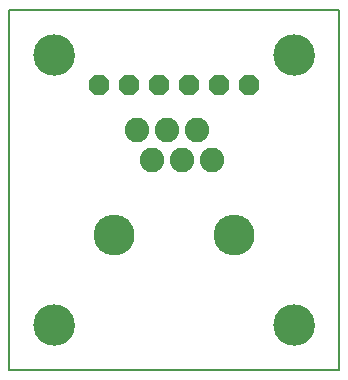
<source format=gts>
G75*
%MOIN*%
%OFA0B0*%
%FSLAX25Y25*%
%IPPOS*%
%LPD*%
%AMOC8*
5,1,8,0,0,1.08239X$1,22.5*
%
%ADD10C,0.00600*%
%ADD11C,0.00000*%
%ADD12C,0.13800*%
%ADD13C,0.08200*%
%ADD14C,0.13600*%
%ADD15OC8,0.06800*%
D10*
X0001300Y0001300D02*
X0001300Y0121300D01*
X0111300Y0121300D01*
X0111300Y0001300D01*
X0001300Y0001300D01*
D11*
X0009800Y0016300D02*
X0009802Y0016461D01*
X0009808Y0016621D01*
X0009818Y0016782D01*
X0009832Y0016942D01*
X0009850Y0017102D01*
X0009871Y0017261D01*
X0009897Y0017420D01*
X0009927Y0017578D01*
X0009960Y0017735D01*
X0009998Y0017892D01*
X0010039Y0018047D01*
X0010084Y0018201D01*
X0010133Y0018354D01*
X0010186Y0018506D01*
X0010242Y0018657D01*
X0010303Y0018806D01*
X0010366Y0018954D01*
X0010434Y0019100D01*
X0010505Y0019244D01*
X0010579Y0019386D01*
X0010657Y0019527D01*
X0010739Y0019665D01*
X0010824Y0019802D01*
X0010912Y0019936D01*
X0011004Y0020068D01*
X0011099Y0020198D01*
X0011197Y0020326D01*
X0011298Y0020451D01*
X0011402Y0020573D01*
X0011509Y0020693D01*
X0011619Y0020810D01*
X0011732Y0020925D01*
X0011848Y0021036D01*
X0011967Y0021145D01*
X0012088Y0021250D01*
X0012212Y0021353D01*
X0012338Y0021453D01*
X0012466Y0021549D01*
X0012597Y0021642D01*
X0012731Y0021732D01*
X0012866Y0021819D01*
X0013004Y0021902D01*
X0013143Y0021982D01*
X0013285Y0022058D01*
X0013428Y0022131D01*
X0013573Y0022200D01*
X0013720Y0022266D01*
X0013868Y0022328D01*
X0014018Y0022386D01*
X0014169Y0022441D01*
X0014322Y0022492D01*
X0014476Y0022539D01*
X0014631Y0022582D01*
X0014787Y0022621D01*
X0014943Y0022657D01*
X0015101Y0022688D01*
X0015259Y0022716D01*
X0015418Y0022740D01*
X0015578Y0022760D01*
X0015738Y0022776D01*
X0015898Y0022788D01*
X0016059Y0022796D01*
X0016220Y0022800D01*
X0016380Y0022800D01*
X0016541Y0022796D01*
X0016702Y0022788D01*
X0016862Y0022776D01*
X0017022Y0022760D01*
X0017182Y0022740D01*
X0017341Y0022716D01*
X0017499Y0022688D01*
X0017657Y0022657D01*
X0017813Y0022621D01*
X0017969Y0022582D01*
X0018124Y0022539D01*
X0018278Y0022492D01*
X0018431Y0022441D01*
X0018582Y0022386D01*
X0018732Y0022328D01*
X0018880Y0022266D01*
X0019027Y0022200D01*
X0019172Y0022131D01*
X0019315Y0022058D01*
X0019457Y0021982D01*
X0019596Y0021902D01*
X0019734Y0021819D01*
X0019869Y0021732D01*
X0020003Y0021642D01*
X0020134Y0021549D01*
X0020262Y0021453D01*
X0020388Y0021353D01*
X0020512Y0021250D01*
X0020633Y0021145D01*
X0020752Y0021036D01*
X0020868Y0020925D01*
X0020981Y0020810D01*
X0021091Y0020693D01*
X0021198Y0020573D01*
X0021302Y0020451D01*
X0021403Y0020326D01*
X0021501Y0020198D01*
X0021596Y0020068D01*
X0021688Y0019936D01*
X0021776Y0019802D01*
X0021861Y0019665D01*
X0021943Y0019527D01*
X0022021Y0019386D01*
X0022095Y0019244D01*
X0022166Y0019100D01*
X0022234Y0018954D01*
X0022297Y0018806D01*
X0022358Y0018657D01*
X0022414Y0018506D01*
X0022467Y0018354D01*
X0022516Y0018201D01*
X0022561Y0018047D01*
X0022602Y0017892D01*
X0022640Y0017735D01*
X0022673Y0017578D01*
X0022703Y0017420D01*
X0022729Y0017261D01*
X0022750Y0017102D01*
X0022768Y0016942D01*
X0022782Y0016782D01*
X0022792Y0016621D01*
X0022798Y0016461D01*
X0022800Y0016300D01*
X0022798Y0016139D01*
X0022792Y0015979D01*
X0022782Y0015818D01*
X0022768Y0015658D01*
X0022750Y0015498D01*
X0022729Y0015339D01*
X0022703Y0015180D01*
X0022673Y0015022D01*
X0022640Y0014865D01*
X0022602Y0014708D01*
X0022561Y0014553D01*
X0022516Y0014399D01*
X0022467Y0014246D01*
X0022414Y0014094D01*
X0022358Y0013943D01*
X0022297Y0013794D01*
X0022234Y0013646D01*
X0022166Y0013500D01*
X0022095Y0013356D01*
X0022021Y0013214D01*
X0021943Y0013073D01*
X0021861Y0012935D01*
X0021776Y0012798D01*
X0021688Y0012664D01*
X0021596Y0012532D01*
X0021501Y0012402D01*
X0021403Y0012274D01*
X0021302Y0012149D01*
X0021198Y0012027D01*
X0021091Y0011907D01*
X0020981Y0011790D01*
X0020868Y0011675D01*
X0020752Y0011564D01*
X0020633Y0011455D01*
X0020512Y0011350D01*
X0020388Y0011247D01*
X0020262Y0011147D01*
X0020134Y0011051D01*
X0020003Y0010958D01*
X0019869Y0010868D01*
X0019734Y0010781D01*
X0019596Y0010698D01*
X0019457Y0010618D01*
X0019315Y0010542D01*
X0019172Y0010469D01*
X0019027Y0010400D01*
X0018880Y0010334D01*
X0018732Y0010272D01*
X0018582Y0010214D01*
X0018431Y0010159D01*
X0018278Y0010108D01*
X0018124Y0010061D01*
X0017969Y0010018D01*
X0017813Y0009979D01*
X0017657Y0009943D01*
X0017499Y0009912D01*
X0017341Y0009884D01*
X0017182Y0009860D01*
X0017022Y0009840D01*
X0016862Y0009824D01*
X0016702Y0009812D01*
X0016541Y0009804D01*
X0016380Y0009800D01*
X0016220Y0009800D01*
X0016059Y0009804D01*
X0015898Y0009812D01*
X0015738Y0009824D01*
X0015578Y0009840D01*
X0015418Y0009860D01*
X0015259Y0009884D01*
X0015101Y0009912D01*
X0014943Y0009943D01*
X0014787Y0009979D01*
X0014631Y0010018D01*
X0014476Y0010061D01*
X0014322Y0010108D01*
X0014169Y0010159D01*
X0014018Y0010214D01*
X0013868Y0010272D01*
X0013720Y0010334D01*
X0013573Y0010400D01*
X0013428Y0010469D01*
X0013285Y0010542D01*
X0013143Y0010618D01*
X0013004Y0010698D01*
X0012866Y0010781D01*
X0012731Y0010868D01*
X0012597Y0010958D01*
X0012466Y0011051D01*
X0012338Y0011147D01*
X0012212Y0011247D01*
X0012088Y0011350D01*
X0011967Y0011455D01*
X0011848Y0011564D01*
X0011732Y0011675D01*
X0011619Y0011790D01*
X0011509Y0011907D01*
X0011402Y0012027D01*
X0011298Y0012149D01*
X0011197Y0012274D01*
X0011099Y0012402D01*
X0011004Y0012532D01*
X0010912Y0012664D01*
X0010824Y0012798D01*
X0010739Y0012935D01*
X0010657Y0013073D01*
X0010579Y0013214D01*
X0010505Y0013356D01*
X0010434Y0013500D01*
X0010366Y0013646D01*
X0010303Y0013794D01*
X0010242Y0013943D01*
X0010186Y0014094D01*
X0010133Y0014246D01*
X0010084Y0014399D01*
X0010039Y0014553D01*
X0009998Y0014708D01*
X0009960Y0014865D01*
X0009927Y0015022D01*
X0009897Y0015180D01*
X0009871Y0015339D01*
X0009850Y0015498D01*
X0009832Y0015658D01*
X0009818Y0015818D01*
X0009808Y0015979D01*
X0009802Y0016139D01*
X0009800Y0016300D01*
X0029900Y0046300D02*
X0029902Y0046460D01*
X0029908Y0046619D01*
X0029918Y0046778D01*
X0029932Y0046937D01*
X0029950Y0047096D01*
X0029971Y0047254D01*
X0029997Y0047411D01*
X0030027Y0047568D01*
X0030060Y0047724D01*
X0030098Y0047879D01*
X0030139Y0048033D01*
X0030184Y0048186D01*
X0030233Y0048338D01*
X0030286Y0048489D01*
X0030342Y0048638D01*
X0030403Y0048786D01*
X0030466Y0048932D01*
X0030534Y0049077D01*
X0030605Y0049220D01*
X0030679Y0049361D01*
X0030757Y0049500D01*
X0030839Y0049637D01*
X0030924Y0049772D01*
X0031012Y0049905D01*
X0031104Y0050036D01*
X0031198Y0050164D01*
X0031296Y0050290D01*
X0031397Y0050414D01*
X0031501Y0050535D01*
X0031608Y0050653D01*
X0031718Y0050769D01*
X0031831Y0050882D01*
X0031947Y0050992D01*
X0032065Y0051099D01*
X0032186Y0051203D01*
X0032310Y0051304D01*
X0032436Y0051402D01*
X0032564Y0051496D01*
X0032695Y0051588D01*
X0032828Y0051676D01*
X0032963Y0051761D01*
X0033100Y0051843D01*
X0033239Y0051921D01*
X0033380Y0051995D01*
X0033523Y0052066D01*
X0033668Y0052134D01*
X0033814Y0052197D01*
X0033962Y0052258D01*
X0034111Y0052314D01*
X0034262Y0052367D01*
X0034414Y0052416D01*
X0034567Y0052461D01*
X0034721Y0052502D01*
X0034876Y0052540D01*
X0035032Y0052573D01*
X0035189Y0052603D01*
X0035346Y0052629D01*
X0035504Y0052650D01*
X0035663Y0052668D01*
X0035822Y0052682D01*
X0035981Y0052692D01*
X0036140Y0052698D01*
X0036300Y0052700D01*
X0036460Y0052698D01*
X0036619Y0052692D01*
X0036778Y0052682D01*
X0036937Y0052668D01*
X0037096Y0052650D01*
X0037254Y0052629D01*
X0037411Y0052603D01*
X0037568Y0052573D01*
X0037724Y0052540D01*
X0037879Y0052502D01*
X0038033Y0052461D01*
X0038186Y0052416D01*
X0038338Y0052367D01*
X0038489Y0052314D01*
X0038638Y0052258D01*
X0038786Y0052197D01*
X0038932Y0052134D01*
X0039077Y0052066D01*
X0039220Y0051995D01*
X0039361Y0051921D01*
X0039500Y0051843D01*
X0039637Y0051761D01*
X0039772Y0051676D01*
X0039905Y0051588D01*
X0040036Y0051496D01*
X0040164Y0051402D01*
X0040290Y0051304D01*
X0040414Y0051203D01*
X0040535Y0051099D01*
X0040653Y0050992D01*
X0040769Y0050882D01*
X0040882Y0050769D01*
X0040992Y0050653D01*
X0041099Y0050535D01*
X0041203Y0050414D01*
X0041304Y0050290D01*
X0041402Y0050164D01*
X0041496Y0050036D01*
X0041588Y0049905D01*
X0041676Y0049772D01*
X0041761Y0049637D01*
X0041843Y0049500D01*
X0041921Y0049361D01*
X0041995Y0049220D01*
X0042066Y0049077D01*
X0042134Y0048932D01*
X0042197Y0048786D01*
X0042258Y0048638D01*
X0042314Y0048489D01*
X0042367Y0048338D01*
X0042416Y0048186D01*
X0042461Y0048033D01*
X0042502Y0047879D01*
X0042540Y0047724D01*
X0042573Y0047568D01*
X0042603Y0047411D01*
X0042629Y0047254D01*
X0042650Y0047096D01*
X0042668Y0046937D01*
X0042682Y0046778D01*
X0042692Y0046619D01*
X0042698Y0046460D01*
X0042700Y0046300D01*
X0042698Y0046140D01*
X0042692Y0045981D01*
X0042682Y0045822D01*
X0042668Y0045663D01*
X0042650Y0045504D01*
X0042629Y0045346D01*
X0042603Y0045189D01*
X0042573Y0045032D01*
X0042540Y0044876D01*
X0042502Y0044721D01*
X0042461Y0044567D01*
X0042416Y0044414D01*
X0042367Y0044262D01*
X0042314Y0044111D01*
X0042258Y0043962D01*
X0042197Y0043814D01*
X0042134Y0043668D01*
X0042066Y0043523D01*
X0041995Y0043380D01*
X0041921Y0043239D01*
X0041843Y0043100D01*
X0041761Y0042963D01*
X0041676Y0042828D01*
X0041588Y0042695D01*
X0041496Y0042564D01*
X0041402Y0042436D01*
X0041304Y0042310D01*
X0041203Y0042186D01*
X0041099Y0042065D01*
X0040992Y0041947D01*
X0040882Y0041831D01*
X0040769Y0041718D01*
X0040653Y0041608D01*
X0040535Y0041501D01*
X0040414Y0041397D01*
X0040290Y0041296D01*
X0040164Y0041198D01*
X0040036Y0041104D01*
X0039905Y0041012D01*
X0039772Y0040924D01*
X0039637Y0040839D01*
X0039500Y0040757D01*
X0039361Y0040679D01*
X0039220Y0040605D01*
X0039077Y0040534D01*
X0038932Y0040466D01*
X0038786Y0040403D01*
X0038638Y0040342D01*
X0038489Y0040286D01*
X0038338Y0040233D01*
X0038186Y0040184D01*
X0038033Y0040139D01*
X0037879Y0040098D01*
X0037724Y0040060D01*
X0037568Y0040027D01*
X0037411Y0039997D01*
X0037254Y0039971D01*
X0037096Y0039950D01*
X0036937Y0039932D01*
X0036778Y0039918D01*
X0036619Y0039908D01*
X0036460Y0039902D01*
X0036300Y0039900D01*
X0036140Y0039902D01*
X0035981Y0039908D01*
X0035822Y0039918D01*
X0035663Y0039932D01*
X0035504Y0039950D01*
X0035346Y0039971D01*
X0035189Y0039997D01*
X0035032Y0040027D01*
X0034876Y0040060D01*
X0034721Y0040098D01*
X0034567Y0040139D01*
X0034414Y0040184D01*
X0034262Y0040233D01*
X0034111Y0040286D01*
X0033962Y0040342D01*
X0033814Y0040403D01*
X0033668Y0040466D01*
X0033523Y0040534D01*
X0033380Y0040605D01*
X0033239Y0040679D01*
X0033100Y0040757D01*
X0032963Y0040839D01*
X0032828Y0040924D01*
X0032695Y0041012D01*
X0032564Y0041104D01*
X0032436Y0041198D01*
X0032310Y0041296D01*
X0032186Y0041397D01*
X0032065Y0041501D01*
X0031947Y0041608D01*
X0031831Y0041718D01*
X0031718Y0041831D01*
X0031608Y0041947D01*
X0031501Y0042065D01*
X0031397Y0042186D01*
X0031296Y0042310D01*
X0031198Y0042436D01*
X0031104Y0042564D01*
X0031012Y0042695D01*
X0030924Y0042828D01*
X0030839Y0042963D01*
X0030757Y0043100D01*
X0030679Y0043239D01*
X0030605Y0043380D01*
X0030534Y0043523D01*
X0030466Y0043668D01*
X0030403Y0043814D01*
X0030342Y0043962D01*
X0030286Y0044111D01*
X0030233Y0044262D01*
X0030184Y0044414D01*
X0030139Y0044567D01*
X0030098Y0044721D01*
X0030060Y0044876D01*
X0030027Y0045032D01*
X0029997Y0045189D01*
X0029971Y0045346D01*
X0029950Y0045504D01*
X0029932Y0045663D01*
X0029918Y0045822D01*
X0029908Y0045981D01*
X0029902Y0046140D01*
X0029900Y0046300D01*
X0069900Y0046300D02*
X0069902Y0046460D01*
X0069908Y0046619D01*
X0069918Y0046778D01*
X0069932Y0046937D01*
X0069950Y0047096D01*
X0069971Y0047254D01*
X0069997Y0047411D01*
X0070027Y0047568D01*
X0070060Y0047724D01*
X0070098Y0047879D01*
X0070139Y0048033D01*
X0070184Y0048186D01*
X0070233Y0048338D01*
X0070286Y0048489D01*
X0070342Y0048638D01*
X0070403Y0048786D01*
X0070466Y0048932D01*
X0070534Y0049077D01*
X0070605Y0049220D01*
X0070679Y0049361D01*
X0070757Y0049500D01*
X0070839Y0049637D01*
X0070924Y0049772D01*
X0071012Y0049905D01*
X0071104Y0050036D01*
X0071198Y0050164D01*
X0071296Y0050290D01*
X0071397Y0050414D01*
X0071501Y0050535D01*
X0071608Y0050653D01*
X0071718Y0050769D01*
X0071831Y0050882D01*
X0071947Y0050992D01*
X0072065Y0051099D01*
X0072186Y0051203D01*
X0072310Y0051304D01*
X0072436Y0051402D01*
X0072564Y0051496D01*
X0072695Y0051588D01*
X0072828Y0051676D01*
X0072963Y0051761D01*
X0073100Y0051843D01*
X0073239Y0051921D01*
X0073380Y0051995D01*
X0073523Y0052066D01*
X0073668Y0052134D01*
X0073814Y0052197D01*
X0073962Y0052258D01*
X0074111Y0052314D01*
X0074262Y0052367D01*
X0074414Y0052416D01*
X0074567Y0052461D01*
X0074721Y0052502D01*
X0074876Y0052540D01*
X0075032Y0052573D01*
X0075189Y0052603D01*
X0075346Y0052629D01*
X0075504Y0052650D01*
X0075663Y0052668D01*
X0075822Y0052682D01*
X0075981Y0052692D01*
X0076140Y0052698D01*
X0076300Y0052700D01*
X0076460Y0052698D01*
X0076619Y0052692D01*
X0076778Y0052682D01*
X0076937Y0052668D01*
X0077096Y0052650D01*
X0077254Y0052629D01*
X0077411Y0052603D01*
X0077568Y0052573D01*
X0077724Y0052540D01*
X0077879Y0052502D01*
X0078033Y0052461D01*
X0078186Y0052416D01*
X0078338Y0052367D01*
X0078489Y0052314D01*
X0078638Y0052258D01*
X0078786Y0052197D01*
X0078932Y0052134D01*
X0079077Y0052066D01*
X0079220Y0051995D01*
X0079361Y0051921D01*
X0079500Y0051843D01*
X0079637Y0051761D01*
X0079772Y0051676D01*
X0079905Y0051588D01*
X0080036Y0051496D01*
X0080164Y0051402D01*
X0080290Y0051304D01*
X0080414Y0051203D01*
X0080535Y0051099D01*
X0080653Y0050992D01*
X0080769Y0050882D01*
X0080882Y0050769D01*
X0080992Y0050653D01*
X0081099Y0050535D01*
X0081203Y0050414D01*
X0081304Y0050290D01*
X0081402Y0050164D01*
X0081496Y0050036D01*
X0081588Y0049905D01*
X0081676Y0049772D01*
X0081761Y0049637D01*
X0081843Y0049500D01*
X0081921Y0049361D01*
X0081995Y0049220D01*
X0082066Y0049077D01*
X0082134Y0048932D01*
X0082197Y0048786D01*
X0082258Y0048638D01*
X0082314Y0048489D01*
X0082367Y0048338D01*
X0082416Y0048186D01*
X0082461Y0048033D01*
X0082502Y0047879D01*
X0082540Y0047724D01*
X0082573Y0047568D01*
X0082603Y0047411D01*
X0082629Y0047254D01*
X0082650Y0047096D01*
X0082668Y0046937D01*
X0082682Y0046778D01*
X0082692Y0046619D01*
X0082698Y0046460D01*
X0082700Y0046300D01*
X0082698Y0046140D01*
X0082692Y0045981D01*
X0082682Y0045822D01*
X0082668Y0045663D01*
X0082650Y0045504D01*
X0082629Y0045346D01*
X0082603Y0045189D01*
X0082573Y0045032D01*
X0082540Y0044876D01*
X0082502Y0044721D01*
X0082461Y0044567D01*
X0082416Y0044414D01*
X0082367Y0044262D01*
X0082314Y0044111D01*
X0082258Y0043962D01*
X0082197Y0043814D01*
X0082134Y0043668D01*
X0082066Y0043523D01*
X0081995Y0043380D01*
X0081921Y0043239D01*
X0081843Y0043100D01*
X0081761Y0042963D01*
X0081676Y0042828D01*
X0081588Y0042695D01*
X0081496Y0042564D01*
X0081402Y0042436D01*
X0081304Y0042310D01*
X0081203Y0042186D01*
X0081099Y0042065D01*
X0080992Y0041947D01*
X0080882Y0041831D01*
X0080769Y0041718D01*
X0080653Y0041608D01*
X0080535Y0041501D01*
X0080414Y0041397D01*
X0080290Y0041296D01*
X0080164Y0041198D01*
X0080036Y0041104D01*
X0079905Y0041012D01*
X0079772Y0040924D01*
X0079637Y0040839D01*
X0079500Y0040757D01*
X0079361Y0040679D01*
X0079220Y0040605D01*
X0079077Y0040534D01*
X0078932Y0040466D01*
X0078786Y0040403D01*
X0078638Y0040342D01*
X0078489Y0040286D01*
X0078338Y0040233D01*
X0078186Y0040184D01*
X0078033Y0040139D01*
X0077879Y0040098D01*
X0077724Y0040060D01*
X0077568Y0040027D01*
X0077411Y0039997D01*
X0077254Y0039971D01*
X0077096Y0039950D01*
X0076937Y0039932D01*
X0076778Y0039918D01*
X0076619Y0039908D01*
X0076460Y0039902D01*
X0076300Y0039900D01*
X0076140Y0039902D01*
X0075981Y0039908D01*
X0075822Y0039918D01*
X0075663Y0039932D01*
X0075504Y0039950D01*
X0075346Y0039971D01*
X0075189Y0039997D01*
X0075032Y0040027D01*
X0074876Y0040060D01*
X0074721Y0040098D01*
X0074567Y0040139D01*
X0074414Y0040184D01*
X0074262Y0040233D01*
X0074111Y0040286D01*
X0073962Y0040342D01*
X0073814Y0040403D01*
X0073668Y0040466D01*
X0073523Y0040534D01*
X0073380Y0040605D01*
X0073239Y0040679D01*
X0073100Y0040757D01*
X0072963Y0040839D01*
X0072828Y0040924D01*
X0072695Y0041012D01*
X0072564Y0041104D01*
X0072436Y0041198D01*
X0072310Y0041296D01*
X0072186Y0041397D01*
X0072065Y0041501D01*
X0071947Y0041608D01*
X0071831Y0041718D01*
X0071718Y0041831D01*
X0071608Y0041947D01*
X0071501Y0042065D01*
X0071397Y0042186D01*
X0071296Y0042310D01*
X0071198Y0042436D01*
X0071104Y0042564D01*
X0071012Y0042695D01*
X0070924Y0042828D01*
X0070839Y0042963D01*
X0070757Y0043100D01*
X0070679Y0043239D01*
X0070605Y0043380D01*
X0070534Y0043523D01*
X0070466Y0043668D01*
X0070403Y0043814D01*
X0070342Y0043962D01*
X0070286Y0044111D01*
X0070233Y0044262D01*
X0070184Y0044414D01*
X0070139Y0044567D01*
X0070098Y0044721D01*
X0070060Y0044876D01*
X0070027Y0045032D01*
X0069997Y0045189D01*
X0069971Y0045346D01*
X0069950Y0045504D01*
X0069932Y0045663D01*
X0069918Y0045822D01*
X0069908Y0045981D01*
X0069902Y0046140D01*
X0069900Y0046300D01*
X0089800Y0016300D02*
X0089802Y0016461D01*
X0089808Y0016621D01*
X0089818Y0016782D01*
X0089832Y0016942D01*
X0089850Y0017102D01*
X0089871Y0017261D01*
X0089897Y0017420D01*
X0089927Y0017578D01*
X0089960Y0017735D01*
X0089998Y0017892D01*
X0090039Y0018047D01*
X0090084Y0018201D01*
X0090133Y0018354D01*
X0090186Y0018506D01*
X0090242Y0018657D01*
X0090303Y0018806D01*
X0090366Y0018954D01*
X0090434Y0019100D01*
X0090505Y0019244D01*
X0090579Y0019386D01*
X0090657Y0019527D01*
X0090739Y0019665D01*
X0090824Y0019802D01*
X0090912Y0019936D01*
X0091004Y0020068D01*
X0091099Y0020198D01*
X0091197Y0020326D01*
X0091298Y0020451D01*
X0091402Y0020573D01*
X0091509Y0020693D01*
X0091619Y0020810D01*
X0091732Y0020925D01*
X0091848Y0021036D01*
X0091967Y0021145D01*
X0092088Y0021250D01*
X0092212Y0021353D01*
X0092338Y0021453D01*
X0092466Y0021549D01*
X0092597Y0021642D01*
X0092731Y0021732D01*
X0092866Y0021819D01*
X0093004Y0021902D01*
X0093143Y0021982D01*
X0093285Y0022058D01*
X0093428Y0022131D01*
X0093573Y0022200D01*
X0093720Y0022266D01*
X0093868Y0022328D01*
X0094018Y0022386D01*
X0094169Y0022441D01*
X0094322Y0022492D01*
X0094476Y0022539D01*
X0094631Y0022582D01*
X0094787Y0022621D01*
X0094943Y0022657D01*
X0095101Y0022688D01*
X0095259Y0022716D01*
X0095418Y0022740D01*
X0095578Y0022760D01*
X0095738Y0022776D01*
X0095898Y0022788D01*
X0096059Y0022796D01*
X0096220Y0022800D01*
X0096380Y0022800D01*
X0096541Y0022796D01*
X0096702Y0022788D01*
X0096862Y0022776D01*
X0097022Y0022760D01*
X0097182Y0022740D01*
X0097341Y0022716D01*
X0097499Y0022688D01*
X0097657Y0022657D01*
X0097813Y0022621D01*
X0097969Y0022582D01*
X0098124Y0022539D01*
X0098278Y0022492D01*
X0098431Y0022441D01*
X0098582Y0022386D01*
X0098732Y0022328D01*
X0098880Y0022266D01*
X0099027Y0022200D01*
X0099172Y0022131D01*
X0099315Y0022058D01*
X0099457Y0021982D01*
X0099596Y0021902D01*
X0099734Y0021819D01*
X0099869Y0021732D01*
X0100003Y0021642D01*
X0100134Y0021549D01*
X0100262Y0021453D01*
X0100388Y0021353D01*
X0100512Y0021250D01*
X0100633Y0021145D01*
X0100752Y0021036D01*
X0100868Y0020925D01*
X0100981Y0020810D01*
X0101091Y0020693D01*
X0101198Y0020573D01*
X0101302Y0020451D01*
X0101403Y0020326D01*
X0101501Y0020198D01*
X0101596Y0020068D01*
X0101688Y0019936D01*
X0101776Y0019802D01*
X0101861Y0019665D01*
X0101943Y0019527D01*
X0102021Y0019386D01*
X0102095Y0019244D01*
X0102166Y0019100D01*
X0102234Y0018954D01*
X0102297Y0018806D01*
X0102358Y0018657D01*
X0102414Y0018506D01*
X0102467Y0018354D01*
X0102516Y0018201D01*
X0102561Y0018047D01*
X0102602Y0017892D01*
X0102640Y0017735D01*
X0102673Y0017578D01*
X0102703Y0017420D01*
X0102729Y0017261D01*
X0102750Y0017102D01*
X0102768Y0016942D01*
X0102782Y0016782D01*
X0102792Y0016621D01*
X0102798Y0016461D01*
X0102800Y0016300D01*
X0102798Y0016139D01*
X0102792Y0015979D01*
X0102782Y0015818D01*
X0102768Y0015658D01*
X0102750Y0015498D01*
X0102729Y0015339D01*
X0102703Y0015180D01*
X0102673Y0015022D01*
X0102640Y0014865D01*
X0102602Y0014708D01*
X0102561Y0014553D01*
X0102516Y0014399D01*
X0102467Y0014246D01*
X0102414Y0014094D01*
X0102358Y0013943D01*
X0102297Y0013794D01*
X0102234Y0013646D01*
X0102166Y0013500D01*
X0102095Y0013356D01*
X0102021Y0013214D01*
X0101943Y0013073D01*
X0101861Y0012935D01*
X0101776Y0012798D01*
X0101688Y0012664D01*
X0101596Y0012532D01*
X0101501Y0012402D01*
X0101403Y0012274D01*
X0101302Y0012149D01*
X0101198Y0012027D01*
X0101091Y0011907D01*
X0100981Y0011790D01*
X0100868Y0011675D01*
X0100752Y0011564D01*
X0100633Y0011455D01*
X0100512Y0011350D01*
X0100388Y0011247D01*
X0100262Y0011147D01*
X0100134Y0011051D01*
X0100003Y0010958D01*
X0099869Y0010868D01*
X0099734Y0010781D01*
X0099596Y0010698D01*
X0099457Y0010618D01*
X0099315Y0010542D01*
X0099172Y0010469D01*
X0099027Y0010400D01*
X0098880Y0010334D01*
X0098732Y0010272D01*
X0098582Y0010214D01*
X0098431Y0010159D01*
X0098278Y0010108D01*
X0098124Y0010061D01*
X0097969Y0010018D01*
X0097813Y0009979D01*
X0097657Y0009943D01*
X0097499Y0009912D01*
X0097341Y0009884D01*
X0097182Y0009860D01*
X0097022Y0009840D01*
X0096862Y0009824D01*
X0096702Y0009812D01*
X0096541Y0009804D01*
X0096380Y0009800D01*
X0096220Y0009800D01*
X0096059Y0009804D01*
X0095898Y0009812D01*
X0095738Y0009824D01*
X0095578Y0009840D01*
X0095418Y0009860D01*
X0095259Y0009884D01*
X0095101Y0009912D01*
X0094943Y0009943D01*
X0094787Y0009979D01*
X0094631Y0010018D01*
X0094476Y0010061D01*
X0094322Y0010108D01*
X0094169Y0010159D01*
X0094018Y0010214D01*
X0093868Y0010272D01*
X0093720Y0010334D01*
X0093573Y0010400D01*
X0093428Y0010469D01*
X0093285Y0010542D01*
X0093143Y0010618D01*
X0093004Y0010698D01*
X0092866Y0010781D01*
X0092731Y0010868D01*
X0092597Y0010958D01*
X0092466Y0011051D01*
X0092338Y0011147D01*
X0092212Y0011247D01*
X0092088Y0011350D01*
X0091967Y0011455D01*
X0091848Y0011564D01*
X0091732Y0011675D01*
X0091619Y0011790D01*
X0091509Y0011907D01*
X0091402Y0012027D01*
X0091298Y0012149D01*
X0091197Y0012274D01*
X0091099Y0012402D01*
X0091004Y0012532D01*
X0090912Y0012664D01*
X0090824Y0012798D01*
X0090739Y0012935D01*
X0090657Y0013073D01*
X0090579Y0013214D01*
X0090505Y0013356D01*
X0090434Y0013500D01*
X0090366Y0013646D01*
X0090303Y0013794D01*
X0090242Y0013943D01*
X0090186Y0014094D01*
X0090133Y0014246D01*
X0090084Y0014399D01*
X0090039Y0014553D01*
X0089998Y0014708D01*
X0089960Y0014865D01*
X0089927Y0015022D01*
X0089897Y0015180D01*
X0089871Y0015339D01*
X0089850Y0015498D01*
X0089832Y0015658D01*
X0089818Y0015818D01*
X0089808Y0015979D01*
X0089802Y0016139D01*
X0089800Y0016300D01*
X0089800Y0106300D02*
X0089802Y0106461D01*
X0089808Y0106621D01*
X0089818Y0106782D01*
X0089832Y0106942D01*
X0089850Y0107102D01*
X0089871Y0107261D01*
X0089897Y0107420D01*
X0089927Y0107578D01*
X0089960Y0107735D01*
X0089998Y0107892D01*
X0090039Y0108047D01*
X0090084Y0108201D01*
X0090133Y0108354D01*
X0090186Y0108506D01*
X0090242Y0108657D01*
X0090303Y0108806D01*
X0090366Y0108954D01*
X0090434Y0109100D01*
X0090505Y0109244D01*
X0090579Y0109386D01*
X0090657Y0109527D01*
X0090739Y0109665D01*
X0090824Y0109802D01*
X0090912Y0109936D01*
X0091004Y0110068D01*
X0091099Y0110198D01*
X0091197Y0110326D01*
X0091298Y0110451D01*
X0091402Y0110573D01*
X0091509Y0110693D01*
X0091619Y0110810D01*
X0091732Y0110925D01*
X0091848Y0111036D01*
X0091967Y0111145D01*
X0092088Y0111250D01*
X0092212Y0111353D01*
X0092338Y0111453D01*
X0092466Y0111549D01*
X0092597Y0111642D01*
X0092731Y0111732D01*
X0092866Y0111819D01*
X0093004Y0111902D01*
X0093143Y0111982D01*
X0093285Y0112058D01*
X0093428Y0112131D01*
X0093573Y0112200D01*
X0093720Y0112266D01*
X0093868Y0112328D01*
X0094018Y0112386D01*
X0094169Y0112441D01*
X0094322Y0112492D01*
X0094476Y0112539D01*
X0094631Y0112582D01*
X0094787Y0112621D01*
X0094943Y0112657D01*
X0095101Y0112688D01*
X0095259Y0112716D01*
X0095418Y0112740D01*
X0095578Y0112760D01*
X0095738Y0112776D01*
X0095898Y0112788D01*
X0096059Y0112796D01*
X0096220Y0112800D01*
X0096380Y0112800D01*
X0096541Y0112796D01*
X0096702Y0112788D01*
X0096862Y0112776D01*
X0097022Y0112760D01*
X0097182Y0112740D01*
X0097341Y0112716D01*
X0097499Y0112688D01*
X0097657Y0112657D01*
X0097813Y0112621D01*
X0097969Y0112582D01*
X0098124Y0112539D01*
X0098278Y0112492D01*
X0098431Y0112441D01*
X0098582Y0112386D01*
X0098732Y0112328D01*
X0098880Y0112266D01*
X0099027Y0112200D01*
X0099172Y0112131D01*
X0099315Y0112058D01*
X0099457Y0111982D01*
X0099596Y0111902D01*
X0099734Y0111819D01*
X0099869Y0111732D01*
X0100003Y0111642D01*
X0100134Y0111549D01*
X0100262Y0111453D01*
X0100388Y0111353D01*
X0100512Y0111250D01*
X0100633Y0111145D01*
X0100752Y0111036D01*
X0100868Y0110925D01*
X0100981Y0110810D01*
X0101091Y0110693D01*
X0101198Y0110573D01*
X0101302Y0110451D01*
X0101403Y0110326D01*
X0101501Y0110198D01*
X0101596Y0110068D01*
X0101688Y0109936D01*
X0101776Y0109802D01*
X0101861Y0109665D01*
X0101943Y0109527D01*
X0102021Y0109386D01*
X0102095Y0109244D01*
X0102166Y0109100D01*
X0102234Y0108954D01*
X0102297Y0108806D01*
X0102358Y0108657D01*
X0102414Y0108506D01*
X0102467Y0108354D01*
X0102516Y0108201D01*
X0102561Y0108047D01*
X0102602Y0107892D01*
X0102640Y0107735D01*
X0102673Y0107578D01*
X0102703Y0107420D01*
X0102729Y0107261D01*
X0102750Y0107102D01*
X0102768Y0106942D01*
X0102782Y0106782D01*
X0102792Y0106621D01*
X0102798Y0106461D01*
X0102800Y0106300D01*
X0102798Y0106139D01*
X0102792Y0105979D01*
X0102782Y0105818D01*
X0102768Y0105658D01*
X0102750Y0105498D01*
X0102729Y0105339D01*
X0102703Y0105180D01*
X0102673Y0105022D01*
X0102640Y0104865D01*
X0102602Y0104708D01*
X0102561Y0104553D01*
X0102516Y0104399D01*
X0102467Y0104246D01*
X0102414Y0104094D01*
X0102358Y0103943D01*
X0102297Y0103794D01*
X0102234Y0103646D01*
X0102166Y0103500D01*
X0102095Y0103356D01*
X0102021Y0103214D01*
X0101943Y0103073D01*
X0101861Y0102935D01*
X0101776Y0102798D01*
X0101688Y0102664D01*
X0101596Y0102532D01*
X0101501Y0102402D01*
X0101403Y0102274D01*
X0101302Y0102149D01*
X0101198Y0102027D01*
X0101091Y0101907D01*
X0100981Y0101790D01*
X0100868Y0101675D01*
X0100752Y0101564D01*
X0100633Y0101455D01*
X0100512Y0101350D01*
X0100388Y0101247D01*
X0100262Y0101147D01*
X0100134Y0101051D01*
X0100003Y0100958D01*
X0099869Y0100868D01*
X0099734Y0100781D01*
X0099596Y0100698D01*
X0099457Y0100618D01*
X0099315Y0100542D01*
X0099172Y0100469D01*
X0099027Y0100400D01*
X0098880Y0100334D01*
X0098732Y0100272D01*
X0098582Y0100214D01*
X0098431Y0100159D01*
X0098278Y0100108D01*
X0098124Y0100061D01*
X0097969Y0100018D01*
X0097813Y0099979D01*
X0097657Y0099943D01*
X0097499Y0099912D01*
X0097341Y0099884D01*
X0097182Y0099860D01*
X0097022Y0099840D01*
X0096862Y0099824D01*
X0096702Y0099812D01*
X0096541Y0099804D01*
X0096380Y0099800D01*
X0096220Y0099800D01*
X0096059Y0099804D01*
X0095898Y0099812D01*
X0095738Y0099824D01*
X0095578Y0099840D01*
X0095418Y0099860D01*
X0095259Y0099884D01*
X0095101Y0099912D01*
X0094943Y0099943D01*
X0094787Y0099979D01*
X0094631Y0100018D01*
X0094476Y0100061D01*
X0094322Y0100108D01*
X0094169Y0100159D01*
X0094018Y0100214D01*
X0093868Y0100272D01*
X0093720Y0100334D01*
X0093573Y0100400D01*
X0093428Y0100469D01*
X0093285Y0100542D01*
X0093143Y0100618D01*
X0093004Y0100698D01*
X0092866Y0100781D01*
X0092731Y0100868D01*
X0092597Y0100958D01*
X0092466Y0101051D01*
X0092338Y0101147D01*
X0092212Y0101247D01*
X0092088Y0101350D01*
X0091967Y0101455D01*
X0091848Y0101564D01*
X0091732Y0101675D01*
X0091619Y0101790D01*
X0091509Y0101907D01*
X0091402Y0102027D01*
X0091298Y0102149D01*
X0091197Y0102274D01*
X0091099Y0102402D01*
X0091004Y0102532D01*
X0090912Y0102664D01*
X0090824Y0102798D01*
X0090739Y0102935D01*
X0090657Y0103073D01*
X0090579Y0103214D01*
X0090505Y0103356D01*
X0090434Y0103500D01*
X0090366Y0103646D01*
X0090303Y0103794D01*
X0090242Y0103943D01*
X0090186Y0104094D01*
X0090133Y0104246D01*
X0090084Y0104399D01*
X0090039Y0104553D01*
X0089998Y0104708D01*
X0089960Y0104865D01*
X0089927Y0105022D01*
X0089897Y0105180D01*
X0089871Y0105339D01*
X0089850Y0105498D01*
X0089832Y0105658D01*
X0089818Y0105818D01*
X0089808Y0105979D01*
X0089802Y0106139D01*
X0089800Y0106300D01*
X0009800Y0106300D02*
X0009802Y0106461D01*
X0009808Y0106621D01*
X0009818Y0106782D01*
X0009832Y0106942D01*
X0009850Y0107102D01*
X0009871Y0107261D01*
X0009897Y0107420D01*
X0009927Y0107578D01*
X0009960Y0107735D01*
X0009998Y0107892D01*
X0010039Y0108047D01*
X0010084Y0108201D01*
X0010133Y0108354D01*
X0010186Y0108506D01*
X0010242Y0108657D01*
X0010303Y0108806D01*
X0010366Y0108954D01*
X0010434Y0109100D01*
X0010505Y0109244D01*
X0010579Y0109386D01*
X0010657Y0109527D01*
X0010739Y0109665D01*
X0010824Y0109802D01*
X0010912Y0109936D01*
X0011004Y0110068D01*
X0011099Y0110198D01*
X0011197Y0110326D01*
X0011298Y0110451D01*
X0011402Y0110573D01*
X0011509Y0110693D01*
X0011619Y0110810D01*
X0011732Y0110925D01*
X0011848Y0111036D01*
X0011967Y0111145D01*
X0012088Y0111250D01*
X0012212Y0111353D01*
X0012338Y0111453D01*
X0012466Y0111549D01*
X0012597Y0111642D01*
X0012731Y0111732D01*
X0012866Y0111819D01*
X0013004Y0111902D01*
X0013143Y0111982D01*
X0013285Y0112058D01*
X0013428Y0112131D01*
X0013573Y0112200D01*
X0013720Y0112266D01*
X0013868Y0112328D01*
X0014018Y0112386D01*
X0014169Y0112441D01*
X0014322Y0112492D01*
X0014476Y0112539D01*
X0014631Y0112582D01*
X0014787Y0112621D01*
X0014943Y0112657D01*
X0015101Y0112688D01*
X0015259Y0112716D01*
X0015418Y0112740D01*
X0015578Y0112760D01*
X0015738Y0112776D01*
X0015898Y0112788D01*
X0016059Y0112796D01*
X0016220Y0112800D01*
X0016380Y0112800D01*
X0016541Y0112796D01*
X0016702Y0112788D01*
X0016862Y0112776D01*
X0017022Y0112760D01*
X0017182Y0112740D01*
X0017341Y0112716D01*
X0017499Y0112688D01*
X0017657Y0112657D01*
X0017813Y0112621D01*
X0017969Y0112582D01*
X0018124Y0112539D01*
X0018278Y0112492D01*
X0018431Y0112441D01*
X0018582Y0112386D01*
X0018732Y0112328D01*
X0018880Y0112266D01*
X0019027Y0112200D01*
X0019172Y0112131D01*
X0019315Y0112058D01*
X0019457Y0111982D01*
X0019596Y0111902D01*
X0019734Y0111819D01*
X0019869Y0111732D01*
X0020003Y0111642D01*
X0020134Y0111549D01*
X0020262Y0111453D01*
X0020388Y0111353D01*
X0020512Y0111250D01*
X0020633Y0111145D01*
X0020752Y0111036D01*
X0020868Y0110925D01*
X0020981Y0110810D01*
X0021091Y0110693D01*
X0021198Y0110573D01*
X0021302Y0110451D01*
X0021403Y0110326D01*
X0021501Y0110198D01*
X0021596Y0110068D01*
X0021688Y0109936D01*
X0021776Y0109802D01*
X0021861Y0109665D01*
X0021943Y0109527D01*
X0022021Y0109386D01*
X0022095Y0109244D01*
X0022166Y0109100D01*
X0022234Y0108954D01*
X0022297Y0108806D01*
X0022358Y0108657D01*
X0022414Y0108506D01*
X0022467Y0108354D01*
X0022516Y0108201D01*
X0022561Y0108047D01*
X0022602Y0107892D01*
X0022640Y0107735D01*
X0022673Y0107578D01*
X0022703Y0107420D01*
X0022729Y0107261D01*
X0022750Y0107102D01*
X0022768Y0106942D01*
X0022782Y0106782D01*
X0022792Y0106621D01*
X0022798Y0106461D01*
X0022800Y0106300D01*
X0022798Y0106139D01*
X0022792Y0105979D01*
X0022782Y0105818D01*
X0022768Y0105658D01*
X0022750Y0105498D01*
X0022729Y0105339D01*
X0022703Y0105180D01*
X0022673Y0105022D01*
X0022640Y0104865D01*
X0022602Y0104708D01*
X0022561Y0104553D01*
X0022516Y0104399D01*
X0022467Y0104246D01*
X0022414Y0104094D01*
X0022358Y0103943D01*
X0022297Y0103794D01*
X0022234Y0103646D01*
X0022166Y0103500D01*
X0022095Y0103356D01*
X0022021Y0103214D01*
X0021943Y0103073D01*
X0021861Y0102935D01*
X0021776Y0102798D01*
X0021688Y0102664D01*
X0021596Y0102532D01*
X0021501Y0102402D01*
X0021403Y0102274D01*
X0021302Y0102149D01*
X0021198Y0102027D01*
X0021091Y0101907D01*
X0020981Y0101790D01*
X0020868Y0101675D01*
X0020752Y0101564D01*
X0020633Y0101455D01*
X0020512Y0101350D01*
X0020388Y0101247D01*
X0020262Y0101147D01*
X0020134Y0101051D01*
X0020003Y0100958D01*
X0019869Y0100868D01*
X0019734Y0100781D01*
X0019596Y0100698D01*
X0019457Y0100618D01*
X0019315Y0100542D01*
X0019172Y0100469D01*
X0019027Y0100400D01*
X0018880Y0100334D01*
X0018732Y0100272D01*
X0018582Y0100214D01*
X0018431Y0100159D01*
X0018278Y0100108D01*
X0018124Y0100061D01*
X0017969Y0100018D01*
X0017813Y0099979D01*
X0017657Y0099943D01*
X0017499Y0099912D01*
X0017341Y0099884D01*
X0017182Y0099860D01*
X0017022Y0099840D01*
X0016862Y0099824D01*
X0016702Y0099812D01*
X0016541Y0099804D01*
X0016380Y0099800D01*
X0016220Y0099800D01*
X0016059Y0099804D01*
X0015898Y0099812D01*
X0015738Y0099824D01*
X0015578Y0099840D01*
X0015418Y0099860D01*
X0015259Y0099884D01*
X0015101Y0099912D01*
X0014943Y0099943D01*
X0014787Y0099979D01*
X0014631Y0100018D01*
X0014476Y0100061D01*
X0014322Y0100108D01*
X0014169Y0100159D01*
X0014018Y0100214D01*
X0013868Y0100272D01*
X0013720Y0100334D01*
X0013573Y0100400D01*
X0013428Y0100469D01*
X0013285Y0100542D01*
X0013143Y0100618D01*
X0013004Y0100698D01*
X0012866Y0100781D01*
X0012731Y0100868D01*
X0012597Y0100958D01*
X0012466Y0101051D01*
X0012338Y0101147D01*
X0012212Y0101247D01*
X0012088Y0101350D01*
X0011967Y0101455D01*
X0011848Y0101564D01*
X0011732Y0101675D01*
X0011619Y0101790D01*
X0011509Y0101907D01*
X0011402Y0102027D01*
X0011298Y0102149D01*
X0011197Y0102274D01*
X0011099Y0102402D01*
X0011004Y0102532D01*
X0010912Y0102664D01*
X0010824Y0102798D01*
X0010739Y0102935D01*
X0010657Y0103073D01*
X0010579Y0103214D01*
X0010505Y0103356D01*
X0010434Y0103500D01*
X0010366Y0103646D01*
X0010303Y0103794D01*
X0010242Y0103943D01*
X0010186Y0104094D01*
X0010133Y0104246D01*
X0010084Y0104399D01*
X0010039Y0104553D01*
X0009998Y0104708D01*
X0009960Y0104865D01*
X0009927Y0105022D01*
X0009897Y0105180D01*
X0009871Y0105339D01*
X0009850Y0105498D01*
X0009832Y0105658D01*
X0009818Y0105818D01*
X0009808Y0105979D01*
X0009802Y0106139D01*
X0009800Y0106300D01*
D12*
X0016300Y0106300D03*
X0096300Y0106300D03*
X0096300Y0016300D03*
X0016300Y0016300D03*
D13*
X0048800Y0071300D03*
X0043800Y0081300D03*
X0053800Y0081300D03*
X0058800Y0071300D03*
X0063800Y0081300D03*
X0068800Y0071300D03*
D14*
X0076300Y0046300D03*
X0036300Y0046300D03*
D15*
X0031300Y0096300D03*
X0041300Y0096300D03*
X0051300Y0096300D03*
X0061300Y0096300D03*
X0071300Y0096300D03*
X0081300Y0096300D03*
M02*

</source>
